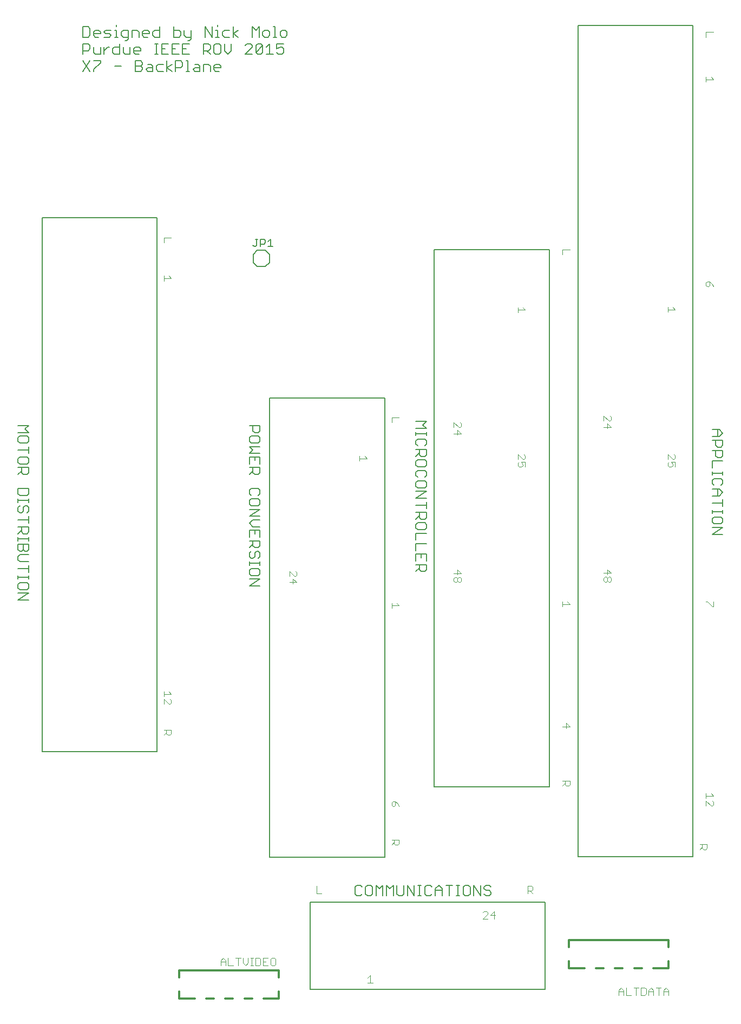
<source format=gto>
G75*
%MOIN*%
%OFA0B0*%
%FSLAX25Y25*%
%IPPOS*%
%LPD*%
%AMOC8*
5,1,8,0,0,1.08239X$1,22.5*
%
%ADD10C,0.00600*%
%ADD11C,0.00500*%
%ADD12C,0.00400*%
%ADD13C,0.01200*%
D10*
X0102100Y0261602D02*
X0108505Y0261602D01*
X0108505Y0265872D02*
X0102100Y0261602D01*
X0102100Y0265872D02*
X0108505Y0265872D01*
X0107438Y0268047D02*
X0108505Y0269115D01*
X0108505Y0271250D01*
X0107438Y0272318D01*
X0103168Y0272318D01*
X0102100Y0271250D01*
X0102100Y0269115D01*
X0103168Y0268047D01*
X0107438Y0268047D01*
X0108505Y0274479D02*
X0108505Y0276615D01*
X0108505Y0275547D02*
X0102100Y0275547D01*
X0102100Y0276615D02*
X0102100Y0274479D01*
X0102100Y0280925D02*
X0108505Y0280925D01*
X0108505Y0283060D02*
X0108505Y0278790D01*
X0108505Y0285235D02*
X0103168Y0285235D01*
X0102100Y0286303D01*
X0102100Y0288438D01*
X0103168Y0289506D01*
X0108505Y0289506D01*
X0107438Y0291681D02*
X0106370Y0291681D01*
X0105303Y0292748D01*
X0105303Y0295951D01*
X0108505Y0295951D02*
X0108505Y0292748D01*
X0107438Y0291681D01*
X0105303Y0292748D02*
X0104235Y0291681D01*
X0103168Y0291681D01*
X0102100Y0292748D01*
X0102100Y0295951D01*
X0108505Y0295951D01*
X0108505Y0298113D02*
X0108505Y0300248D01*
X0108505Y0299180D02*
X0102100Y0299180D01*
X0102100Y0298113D02*
X0102100Y0300248D01*
X0102100Y0302423D02*
X0104235Y0304558D01*
X0104235Y0303491D02*
X0104235Y0306694D01*
X0102100Y0306694D02*
X0108505Y0306694D01*
X0108505Y0303491D01*
X0107438Y0302423D01*
X0105303Y0302423D01*
X0104235Y0303491D01*
X0108505Y0308869D02*
X0108505Y0313139D01*
X0108505Y0311004D02*
X0102100Y0311004D01*
X0103168Y0315314D02*
X0102100Y0316382D01*
X0102100Y0318517D01*
X0103168Y0319585D01*
X0105303Y0318517D02*
X0105303Y0316382D01*
X0104235Y0315314D01*
X0103168Y0315314D01*
X0105303Y0318517D02*
X0106370Y0319585D01*
X0107438Y0319585D01*
X0108505Y0318517D01*
X0108505Y0316382D01*
X0107438Y0315314D01*
X0108505Y0321746D02*
X0108505Y0323882D01*
X0108505Y0322814D02*
X0102100Y0322814D01*
X0102100Y0323882D02*
X0102100Y0321746D01*
X0103168Y0326057D02*
X0102100Y0327124D01*
X0102100Y0330327D01*
X0108505Y0330327D01*
X0108505Y0327124D01*
X0107438Y0326057D01*
X0103168Y0326057D01*
X0102100Y0338948D02*
X0104235Y0341083D01*
X0104235Y0340015D02*
X0104235Y0343218D01*
X0102100Y0343218D02*
X0108505Y0343218D01*
X0108505Y0340015D01*
X0107438Y0338948D01*
X0105303Y0338948D01*
X0104235Y0340015D01*
X0103168Y0345393D02*
X0102100Y0346461D01*
X0102100Y0348596D01*
X0103168Y0349664D01*
X0107438Y0349664D01*
X0108505Y0348596D01*
X0108505Y0346461D01*
X0107438Y0345393D01*
X0103168Y0345393D01*
X0108505Y0351839D02*
X0108505Y0356109D01*
X0108505Y0353974D02*
X0102100Y0353974D01*
X0103168Y0358284D02*
X0102100Y0359352D01*
X0102100Y0361487D01*
X0103168Y0362555D01*
X0107438Y0362555D01*
X0108505Y0361487D01*
X0108505Y0359352D01*
X0107438Y0358284D01*
X0103168Y0358284D01*
X0102100Y0364730D02*
X0108505Y0364730D01*
X0106370Y0366865D01*
X0108505Y0369000D01*
X0102100Y0369000D01*
X0244600Y0369000D02*
X0251005Y0369000D01*
X0251005Y0365797D01*
X0249938Y0364730D01*
X0247803Y0364730D01*
X0246735Y0365797D01*
X0246735Y0369000D01*
X0245668Y0362555D02*
X0249938Y0362555D01*
X0251005Y0361487D01*
X0251005Y0359352D01*
X0249938Y0358284D01*
X0245668Y0358284D01*
X0244600Y0359352D01*
X0244600Y0361487D01*
X0245668Y0362555D01*
X0244600Y0356109D02*
X0246735Y0353974D01*
X0244600Y0351839D01*
X0251005Y0351839D01*
X0251005Y0349664D02*
X0244600Y0349664D01*
X0244600Y0345393D01*
X0244600Y0343218D02*
X0251005Y0343218D01*
X0251005Y0340015D01*
X0249938Y0338948D01*
X0247803Y0338948D01*
X0246735Y0340015D01*
X0246735Y0343218D01*
X0246735Y0341083D02*
X0244600Y0338948D01*
X0245668Y0330327D02*
X0244600Y0329259D01*
X0244600Y0327124D01*
X0245668Y0326057D01*
X0245668Y0323882D02*
X0244600Y0322814D01*
X0244600Y0320679D01*
X0245668Y0319611D01*
X0249938Y0319611D01*
X0251005Y0320679D01*
X0251005Y0322814D01*
X0249938Y0323882D01*
X0245668Y0323882D01*
X0249938Y0326057D02*
X0251005Y0327124D01*
X0251005Y0329259D01*
X0249938Y0330327D01*
X0245668Y0330327D01*
X0244600Y0317436D02*
X0251005Y0317436D01*
X0244600Y0313166D01*
X0251005Y0313166D01*
X0251005Y0310991D02*
X0246735Y0310991D01*
X0244600Y0308855D01*
X0246735Y0306720D01*
X0251005Y0306720D01*
X0251005Y0304545D02*
X0244600Y0304545D01*
X0244600Y0300275D01*
X0244600Y0298100D02*
X0251005Y0298100D01*
X0251005Y0294897D01*
X0249938Y0293829D01*
X0247803Y0293829D01*
X0246735Y0294897D01*
X0246735Y0298100D01*
X0246735Y0295964D02*
X0244600Y0293829D01*
X0245668Y0291654D02*
X0244600Y0290586D01*
X0244600Y0288451D01*
X0245668Y0287384D01*
X0246735Y0287384D01*
X0247803Y0288451D01*
X0247803Y0290586D01*
X0248870Y0291654D01*
X0249938Y0291654D01*
X0251005Y0290586D01*
X0251005Y0288451D01*
X0249938Y0287384D01*
X0251005Y0285209D02*
X0251005Y0283073D01*
X0251005Y0284141D02*
X0244600Y0284141D01*
X0244600Y0285209D02*
X0244600Y0283073D01*
X0245668Y0280912D02*
X0244600Y0279844D01*
X0244600Y0277709D01*
X0245668Y0276641D01*
X0249938Y0276641D01*
X0251005Y0277709D01*
X0251005Y0279844D01*
X0249938Y0280912D01*
X0245668Y0280912D01*
X0244600Y0274466D02*
X0251005Y0274466D01*
X0244600Y0270196D01*
X0251005Y0270196D01*
X0251005Y0300275D02*
X0251005Y0304545D01*
X0247803Y0304545D02*
X0247803Y0302410D01*
X0251005Y0345393D02*
X0251005Y0349664D01*
X0247803Y0349664D02*
X0247803Y0347528D01*
X0251005Y0356109D02*
X0244600Y0356109D01*
X0347100Y0357555D02*
X0348168Y0356487D01*
X0347100Y0357555D02*
X0347100Y0359690D01*
X0348168Y0360758D01*
X0352438Y0360758D01*
X0353505Y0359690D01*
X0353505Y0357555D01*
X0352438Y0356487D01*
X0353505Y0354312D02*
X0347100Y0354312D01*
X0349235Y0354312D02*
X0349235Y0351109D01*
X0350303Y0350042D01*
X0352438Y0350042D01*
X0353505Y0351109D01*
X0353505Y0354312D01*
X0349235Y0352177D02*
X0347100Y0350042D01*
X0348168Y0347867D02*
X0347100Y0346799D01*
X0347100Y0344664D01*
X0348168Y0343596D01*
X0352438Y0343596D01*
X0353505Y0344664D01*
X0353505Y0346799D01*
X0352438Y0347867D01*
X0348168Y0347867D01*
X0348168Y0341421D02*
X0347100Y0340353D01*
X0347100Y0338218D01*
X0348168Y0337151D01*
X0348168Y0334976D02*
X0347100Y0333908D01*
X0347100Y0331773D01*
X0348168Y0330705D01*
X0352438Y0330705D01*
X0353505Y0331773D01*
X0353505Y0333908D01*
X0352438Y0334976D01*
X0348168Y0334976D01*
X0352438Y0337151D02*
X0353505Y0338218D01*
X0353505Y0340353D01*
X0352438Y0341421D01*
X0348168Y0341421D01*
X0347100Y0328530D02*
X0353505Y0328530D01*
X0347100Y0324260D01*
X0353505Y0324260D01*
X0353505Y0322085D02*
X0353505Y0317814D01*
X0353505Y0319949D02*
X0347100Y0319949D01*
X0347100Y0315639D02*
X0353505Y0315639D01*
X0353505Y0312436D01*
X0352438Y0311369D01*
X0350303Y0311369D01*
X0349235Y0312436D01*
X0349235Y0315639D01*
X0349235Y0313504D02*
X0347100Y0311369D01*
X0348168Y0309194D02*
X0347100Y0308126D01*
X0347100Y0305991D01*
X0348168Y0304923D01*
X0352438Y0304923D01*
X0353505Y0305991D01*
X0353505Y0308126D01*
X0352438Y0309194D01*
X0348168Y0309194D01*
X0347100Y0302748D02*
X0347100Y0298478D01*
X0347100Y0296303D02*
X0347100Y0292032D01*
X0347100Y0289857D02*
X0347100Y0285587D01*
X0347100Y0283412D02*
X0353505Y0283412D01*
X0353505Y0280209D01*
X0352438Y0279141D01*
X0350303Y0279141D01*
X0349235Y0280209D01*
X0349235Y0283412D01*
X0349235Y0281276D02*
X0347100Y0279141D01*
X0353505Y0285587D02*
X0353505Y0289857D01*
X0347100Y0289857D01*
X0350303Y0289857D02*
X0350303Y0287722D01*
X0353505Y0296303D02*
X0347100Y0296303D01*
X0347100Y0302748D02*
X0353505Y0302748D01*
X0353505Y0362919D02*
X0353505Y0365055D01*
X0353505Y0363987D02*
X0347100Y0363987D01*
X0347100Y0365055D02*
X0347100Y0362919D01*
X0347100Y0367230D02*
X0353505Y0367230D01*
X0351370Y0369365D01*
X0353505Y0371500D01*
X0347100Y0371500D01*
X0254300Y0466800D02*
X0249300Y0466800D01*
X0246800Y0469300D01*
X0246800Y0474300D01*
X0249300Y0476800D01*
X0254300Y0476800D01*
X0256800Y0474300D01*
X0256800Y0469300D01*
X0254300Y0466800D01*
X0225871Y0587100D02*
X0223736Y0587100D01*
X0222669Y0588168D01*
X0222669Y0590303D01*
X0223736Y0591370D01*
X0225871Y0591370D01*
X0226939Y0590303D01*
X0226939Y0589235D01*
X0222669Y0589235D01*
X0220494Y0590303D02*
X0220494Y0587100D01*
X0220494Y0590303D02*
X0219426Y0591370D01*
X0216223Y0591370D01*
X0216223Y0587100D01*
X0214048Y0587100D02*
X0210845Y0587100D01*
X0209778Y0588168D01*
X0210845Y0589235D01*
X0214048Y0589235D01*
X0214048Y0590303D02*
X0214048Y0587100D01*
X0214048Y0590303D02*
X0212980Y0591370D01*
X0210845Y0591370D01*
X0206548Y0593505D02*
X0206548Y0587100D01*
X0205481Y0587100D02*
X0207616Y0587100D01*
X0203306Y0590303D02*
X0202238Y0589235D01*
X0199035Y0589235D01*
X0199035Y0587100D02*
X0199035Y0593505D01*
X0202238Y0593505D01*
X0203306Y0592438D01*
X0203306Y0590303D01*
X0205481Y0593505D02*
X0206548Y0593505D01*
X0207603Y0597600D02*
X0203332Y0597600D01*
X0203332Y0604005D01*
X0207603Y0604005D01*
X0207609Y0605965D02*
X0206542Y0605965D01*
X0207609Y0605965D02*
X0208677Y0607032D01*
X0208677Y0612370D01*
X0208677Y0608100D02*
X0205474Y0608100D01*
X0204406Y0609168D01*
X0204406Y0612370D01*
X0202231Y0611303D02*
X0201164Y0612370D01*
X0197961Y0612370D01*
X0197961Y0614505D02*
X0197961Y0608100D01*
X0201164Y0608100D01*
X0202231Y0609168D01*
X0202231Y0611303D01*
X0201157Y0604005D02*
X0196887Y0604005D01*
X0196887Y0597600D01*
X0201157Y0597600D01*
X0199022Y0600803D02*
X0196887Y0600803D01*
X0194712Y0604005D02*
X0190441Y0604005D01*
X0190441Y0597600D01*
X0194712Y0597600D01*
X0192576Y0600803D02*
X0190441Y0600803D01*
X0188279Y0604005D02*
X0186144Y0604005D01*
X0187212Y0604005D02*
X0187212Y0597600D01*
X0188279Y0597600D02*
X0186144Y0597600D01*
X0188286Y0591370D02*
X0187218Y0590303D01*
X0187218Y0588168D01*
X0188286Y0587100D01*
X0191489Y0587100D01*
X0193664Y0587100D02*
X0193664Y0593505D01*
X0191489Y0591370D02*
X0188286Y0591370D01*
X0185043Y0590303D02*
X0185043Y0587100D01*
X0181841Y0587100D01*
X0180773Y0588168D01*
X0181841Y0589235D01*
X0185043Y0589235D01*
X0185043Y0590303D02*
X0183976Y0591370D01*
X0181841Y0591370D01*
X0178598Y0591370D02*
X0177530Y0590303D01*
X0174327Y0590303D01*
X0174327Y0593505D02*
X0177530Y0593505D01*
X0178598Y0592438D01*
X0178598Y0591370D01*
X0177530Y0590303D02*
X0178598Y0589235D01*
X0178598Y0588168D01*
X0177530Y0587100D01*
X0174327Y0587100D01*
X0174327Y0593505D01*
X0174321Y0597600D02*
X0173253Y0598668D01*
X0173253Y0600803D01*
X0174321Y0601870D01*
X0176456Y0601870D01*
X0177524Y0600803D01*
X0177524Y0599735D01*
X0173253Y0599735D01*
X0174321Y0597600D02*
X0176456Y0597600D01*
X0171078Y0597600D02*
X0171078Y0601870D01*
X0171078Y0597600D02*
X0167875Y0597600D01*
X0166808Y0598668D01*
X0166808Y0601870D01*
X0164633Y0601870D02*
X0161430Y0601870D01*
X0160362Y0600803D01*
X0160362Y0598668D01*
X0161430Y0597600D01*
X0164633Y0597600D01*
X0164633Y0604005D01*
X0167869Y0605965D02*
X0168936Y0605965D01*
X0170004Y0607032D01*
X0170004Y0612370D01*
X0166801Y0612370D01*
X0165733Y0611303D01*
X0165733Y0609168D01*
X0166801Y0608100D01*
X0170004Y0608100D01*
X0172179Y0608100D02*
X0172179Y0612370D01*
X0175382Y0612370D01*
X0176449Y0611303D01*
X0176449Y0608100D01*
X0178624Y0609168D02*
X0178624Y0611303D01*
X0179692Y0612370D01*
X0181827Y0612370D01*
X0182895Y0611303D01*
X0182895Y0610235D01*
X0178624Y0610235D01*
X0178624Y0609168D02*
X0179692Y0608100D01*
X0181827Y0608100D01*
X0185070Y0609168D02*
X0185070Y0611303D01*
X0186138Y0612370D01*
X0189340Y0612370D01*
X0189340Y0614505D02*
X0189340Y0608100D01*
X0186138Y0608100D01*
X0185070Y0609168D01*
X0203332Y0600803D02*
X0205467Y0600803D01*
X0216223Y0599735D02*
X0219426Y0599735D01*
X0220494Y0600803D01*
X0220494Y0602938D01*
X0219426Y0604005D01*
X0216223Y0604005D01*
X0216223Y0597600D01*
X0218358Y0599735D02*
X0220494Y0597600D01*
X0222669Y0598668D02*
X0223736Y0597600D01*
X0225871Y0597600D01*
X0226939Y0598668D01*
X0226939Y0602938D01*
X0225871Y0604005D01*
X0223736Y0604005D01*
X0222669Y0602938D01*
X0222669Y0598668D01*
X0229114Y0599735D02*
X0229114Y0604005D01*
X0229108Y0608100D02*
X0232310Y0608100D01*
X0234485Y0608100D02*
X0234485Y0614505D01*
X0232310Y0612370D02*
X0229108Y0612370D01*
X0228040Y0611303D01*
X0228040Y0609168D01*
X0229108Y0608100D01*
X0225878Y0608100D02*
X0223743Y0608100D01*
X0224811Y0608100D02*
X0224811Y0612370D01*
X0223743Y0612370D01*
X0224811Y0614505D02*
X0224811Y0615573D01*
X0221568Y0614505D02*
X0221568Y0608100D01*
X0217297Y0614505D01*
X0217297Y0608100D01*
X0229114Y0599735D02*
X0231249Y0597600D01*
X0233385Y0599735D01*
X0233385Y0604005D01*
X0237688Y0608100D02*
X0234485Y0610235D01*
X0237688Y0612370D01*
X0243073Y0604005D02*
X0242005Y0602938D01*
X0243073Y0604005D02*
X0245208Y0604005D01*
X0246276Y0602938D01*
X0246276Y0601870D01*
X0242005Y0597600D01*
X0246276Y0597600D01*
X0248451Y0598668D02*
X0252721Y0602938D01*
X0252721Y0598668D01*
X0251653Y0597600D01*
X0249518Y0597600D01*
X0248451Y0598668D01*
X0248451Y0602938D01*
X0249518Y0604005D01*
X0251653Y0604005D01*
X0252721Y0602938D01*
X0254896Y0601870D02*
X0257031Y0604005D01*
X0257031Y0597600D01*
X0254896Y0597600D02*
X0259167Y0597600D01*
X0261342Y0598668D02*
X0262409Y0597600D01*
X0264544Y0597600D01*
X0265612Y0598668D01*
X0265612Y0600803D01*
X0264544Y0601870D01*
X0263477Y0601870D01*
X0261342Y0600803D01*
X0261342Y0604005D01*
X0265612Y0604005D01*
X0264558Y0608100D02*
X0263490Y0609168D01*
X0263490Y0611303D01*
X0264558Y0612370D01*
X0266693Y0612370D01*
X0267761Y0611303D01*
X0267761Y0609168D01*
X0266693Y0608100D01*
X0264558Y0608100D01*
X0261328Y0608100D02*
X0259193Y0608100D01*
X0260261Y0608100D02*
X0260261Y0614505D01*
X0259193Y0614505D01*
X0257018Y0611303D02*
X0255950Y0612370D01*
X0253815Y0612370D01*
X0252748Y0611303D01*
X0252748Y0609168D01*
X0253815Y0608100D01*
X0255950Y0608100D01*
X0257018Y0609168D01*
X0257018Y0611303D01*
X0250573Y0614505D02*
X0250573Y0608100D01*
X0246302Y0608100D02*
X0246302Y0614505D01*
X0248437Y0612370D01*
X0250573Y0614505D01*
X0196867Y0591370D02*
X0193664Y0589235D01*
X0196867Y0587100D01*
X0165707Y0590303D02*
X0161436Y0590303D01*
X0152816Y0592438D02*
X0148545Y0588168D01*
X0148545Y0587100D01*
X0146370Y0587100D02*
X0142100Y0593505D01*
X0142100Y0597600D02*
X0142100Y0604005D01*
X0145303Y0604005D01*
X0146370Y0602938D01*
X0146370Y0600803D01*
X0145303Y0599735D01*
X0142100Y0599735D01*
X0148545Y0598668D02*
X0148545Y0601870D01*
X0148545Y0598668D02*
X0149613Y0597600D01*
X0152816Y0597600D01*
X0152816Y0601870D01*
X0154991Y0601870D02*
X0154991Y0597600D01*
X0154991Y0599735D02*
X0157126Y0601870D01*
X0158194Y0601870D01*
X0158194Y0608100D02*
X0159261Y0609168D01*
X0158194Y0610235D01*
X0156059Y0610235D01*
X0154991Y0611303D01*
X0156059Y0612370D01*
X0159261Y0612370D01*
X0161436Y0612370D02*
X0162504Y0612370D01*
X0162504Y0608100D01*
X0161436Y0608100D02*
X0163572Y0608100D01*
X0158194Y0608100D02*
X0154991Y0608100D01*
X0152816Y0610235D02*
X0148545Y0610235D01*
X0148545Y0609168D02*
X0148545Y0611303D01*
X0149613Y0612370D01*
X0151748Y0612370D01*
X0152816Y0611303D01*
X0152816Y0610235D01*
X0151748Y0608100D02*
X0149613Y0608100D01*
X0148545Y0609168D01*
X0146370Y0609168D02*
X0146370Y0613438D01*
X0145303Y0614505D01*
X0142100Y0614505D01*
X0142100Y0608100D01*
X0145303Y0608100D01*
X0146370Y0609168D01*
X0162504Y0614505D02*
X0162504Y0615573D01*
X0152816Y0593505D02*
X0148545Y0593505D01*
X0146370Y0593505D02*
X0142100Y0587100D01*
X0152816Y0592438D02*
X0152816Y0593505D01*
X0529600Y0366500D02*
X0533870Y0366500D01*
X0536005Y0364365D01*
X0533870Y0362230D01*
X0529600Y0362230D01*
X0529600Y0360055D02*
X0536005Y0360055D01*
X0536005Y0356852D01*
X0534938Y0355784D01*
X0532803Y0355784D01*
X0531735Y0356852D01*
X0531735Y0360055D01*
X0532803Y0362230D02*
X0532803Y0366500D01*
X0531735Y0353609D02*
X0531735Y0350406D01*
X0532803Y0349339D01*
X0534938Y0349339D01*
X0536005Y0350406D01*
X0536005Y0353609D01*
X0529600Y0353609D01*
X0529600Y0347164D02*
X0529600Y0342893D01*
X0529600Y0340718D02*
X0529600Y0338583D01*
X0529600Y0339650D02*
X0536005Y0339650D01*
X0536005Y0338583D02*
X0536005Y0340718D01*
X0534938Y0336421D02*
X0530668Y0336421D01*
X0529600Y0335353D01*
X0529600Y0333218D01*
X0530668Y0332151D01*
X0529600Y0329976D02*
X0533870Y0329976D01*
X0536005Y0327840D01*
X0533870Y0325705D01*
X0529600Y0325705D01*
X0532803Y0325705D02*
X0532803Y0329976D01*
X0534938Y0332151D02*
X0536005Y0333218D01*
X0536005Y0335353D01*
X0534938Y0336421D01*
X0536005Y0347164D02*
X0529600Y0347164D01*
X0536005Y0323530D02*
X0536005Y0319260D01*
X0536005Y0321395D02*
X0529600Y0321395D01*
X0529600Y0317085D02*
X0529600Y0314949D01*
X0529600Y0316017D02*
X0536005Y0316017D01*
X0536005Y0317085D02*
X0536005Y0314949D01*
X0534938Y0312788D02*
X0530668Y0312788D01*
X0529600Y0311720D01*
X0529600Y0309585D01*
X0530668Y0308517D01*
X0534938Y0308517D01*
X0536005Y0309585D01*
X0536005Y0311720D01*
X0534938Y0312788D01*
X0536005Y0306342D02*
X0529600Y0302072D01*
X0536005Y0302072D01*
X0536005Y0306342D02*
X0529600Y0306342D01*
X0392297Y0086005D02*
X0390162Y0086005D01*
X0389094Y0084938D01*
X0389094Y0083870D01*
X0390162Y0082803D01*
X0392297Y0082803D01*
X0393365Y0081735D01*
X0393365Y0080668D01*
X0392297Y0079600D01*
X0390162Y0079600D01*
X0389094Y0080668D01*
X0386919Y0079600D02*
X0386919Y0086005D01*
X0382649Y0086005D02*
X0382649Y0079600D01*
X0380474Y0080668D02*
X0380474Y0084938D01*
X0379406Y0086005D01*
X0377271Y0086005D01*
X0376203Y0084938D01*
X0376203Y0080668D01*
X0377271Y0079600D01*
X0379406Y0079600D01*
X0380474Y0080668D01*
X0382649Y0086005D02*
X0386919Y0079600D01*
X0392297Y0086005D02*
X0393365Y0084938D01*
X0374042Y0086005D02*
X0371906Y0086005D01*
X0372974Y0086005D02*
X0372974Y0079600D01*
X0371906Y0079600D02*
X0374042Y0079600D01*
X0367596Y0079600D02*
X0367596Y0086005D01*
X0365461Y0086005D02*
X0369731Y0086005D01*
X0363286Y0083870D02*
X0363286Y0079600D01*
X0363286Y0082803D02*
X0359015Y0082803D01*
X0359015Y0083870D02*
X0361151Y0086005D01*
X0363286Y0083870D01*
X0359015Y0083870D02*
X0359015Y0079600D01*
X0356840Y0080668D02*
X0355773Y0079600D01*
X0353638Y0079600D01*
X0352570Y0080668D01*
X0352570Y0084938D01*
X0353638Y0086005D01*
X0355773Y0086005D01*
X0356840Y0084938D01*
X0350408Y0086005D02*
X0348273Y0086005D01*
X0349341Y0086005D02*
X0349341Y0079600D01*
X0350408Y0079600D02*
X0348273Y0079600D01*
X0346098Y0079600D02*
X0346098Y0086005D01*
X0341827Y0086005D02*
X0346098Y0079600D01*
X0341827Y0079600D02*
X0341827Y0086005D01*
X0339652Y0086005D02*
X0339652Y0080668D01*
X0338585Y0079600D01*
X0336450Y0079600D01*
X0335382Y0080668D01*
X0335382Y0086005D01*
X0333207Y0086005D02*
X0333207Y0079600D01*
X0328936Y0079600D02*
X0328936Y0086005D01*
X0331072Y0083870D01*
X0333207Y0086005D01*
X0326761Y0086005D02*
X0326761Y0079600D01*
X0322491Y0079600D02*
X0322491Y0086005D01*
X0324626Y0083870D01*
X0326761Y0086005D01*
X0320316Y0084938D02*
X0320316Y0080668D01*
X0319248Y0079600D01*
X0317113Y0079600D01*
X0316045Y0080668D01*
X0316045Y0084938D01*
X0317113Y0086005D01*
X0319248Y0086005D01*
X0320316Y0084938D01*
X0313870Y0084938D02*
X0312803Y0086005D01*
X0310668Y0086005D01*
X0309600Y0084938D01*
X0309600Y0080668D01*
X0310668Y0079600D01*
X0312803Y0079600D01*
X0313870Y0080668D01*
D11*
X0116800Y0168454D02*
X0116800Y0496800D01*
X0187666Y0496800D01*
X0187666Y0168454D01*
X0116800Y0168454D01*
X0257100Y0103380D02*
X0257100Y0385900D01*
X0327966Y0385900D01*
X0327966Y0103380D01*
X0257100Y0103380D01*
X0281800Y0075658D02*
X0426524Y0075658D01*
X0426524Y0021800D01*
X0281800Y0021800D01*
X0281800Y0075658D01*
X0358400Y0146691D02*
X0358400Y0477400D01*
X0429266Y0477400D01*
X0429266Y0146691D01*
X0358400Y0146691D01*
X0446800Y0103489D02*
X0446800Y0615300D01*
X0517666Y0615300D01*
X0517666Y0103489D01*
X0446800Y0103489D01*
X0258960Y0479250D02*
X0255958Y0479250D01*
X0257459Y0479250D02*
X0257459Y0483754D01*
X0255958Y0482253D01*
X0254356Y0483003D02*
X0254356Y0481502D01*
X0253606Y0480751D01*
X0251354Y0480751D01*
X0251354Y0479250D02*
X0251354Y0483754D01*
X0253606Y0483754D01*
X0254356Y0483003D01*
X0249753Y0483754D02*
X0248251Y0483754D01*
X0249002Y0483754D02*
X0249002Y0480001D01*
X0248251Y0479250D01*
X0247501Y0479250D01*
X0246750Y0480001D01*
D12*
X0196407Y0484789D02*
X0191803Y0484789D01*
X0191803Y0481720D01*
X0191803Y0461167D02*
X0191803Y0458098D01*
X0191803Y0459632D02*
X0196407Y0459632D01*
X0194872Y0461167D01*
X0312418Y0350267D02*
X0312418Y0347198D01*
X0312418Y0348732D02*
X0317022Y0348732D01*
X0315487Y0350267D01*
X0332103Y0370820D02*
X0332103Y0373889D01*
X0336707Y0373889D01*
X0370411Y0370901D02*
X0373480Y0367832D01*
X0374248Y0367832D01*
X0375015Y0368599D01*
X0375015Y0370133D01*
X0374248Y0370901D01*
X0370411Y0370901D02*
X0370411Y0367832D01*
X0372713Y0366297D02*
X0372713Y0363228D01*
X0375015Y0363995D02*
X0372713Y0366297D01*
X0370411Y0363995D02*
X0375015Y0363995D01*
X0409781Y0351216D02*
X0409781Y0348146D01*
X0410548Y0346612D02*
X0409781Y0345845D01*
X0409781Y0344310D01*
X0410548Y0343543D01*
X0412083Y0343543D01*
X0412850Y0344310D01*
X0412850Y0345077D01*
X0412083Y0346612D01*
X0414385Y0346612D01*
X0414385Y0343543D01*
X0413618Y0348146D02*
X0414385Y0348914D01*
X0414385Y0350448D01*
X0413618Y0351216D01*
X0413618Y0348146D02*
X0412850Y0348146D01*
X0409781Y0351216D01*
X0462748Y0368037D02*
X0467352Y0368037D01*
X0465050Y0370339D01*
X0465050Y0367269D01*
X0465817Y0371873D02*
X0462748Y0374943D01*
X0462748Y0371873D01*
X0465817Y0371873D02*
X0466585Y0371873D01*
X0467352Y0372641D01*
X0467352Y0374175D01*
X0466585Y0374943D01*
X0502118Y0351320D02*
X0505187Y0348251D01*
X0505955Y0348251D01*
X0506722Y0349019D01*
X0506722Y0350553D01*
X0505955Y0351320D01*
X0502118Y0351320D02*
X0502118Y0348251D01*
X0502885Y0346717D02*
X0502118Y0345949D01*
X0502118Y0344415D01*
X0502885Y0343647D01*
X0504420Y0343647D01*
X0505187Y0344415D01*
X0505187Y0345182D01*
X0504420Y0346717D01*
X0506722Y0346717D01*
X0506722Y0343647D01*
X0465050Y0280454D02*
X0465050Y0277385D01*
X0465817Y0275850D02*
X0466585Y0275850D01*
X0467352Y0275083D01*
X0467352Y0273548D01*
X0466585Y0272781D01*
X0465817Y0272781D01*
X0465050Y0273548D01*
X0465050Y0275083D01*
X0465817Y0275850D01*
X0465050Y0275083D02*
X0464283Y0275850D01*
X0463515Y0275850D01*
X0462748Y0275083D01*
X0462748Y0273548D01*
X0463515Y0272781D01*
X0464283Y0272781D01*
X0465050Y0273548D01*
X0467352Y0278152D02*
X0465050Y0280454D01*
X0462748Y0278152D02*
X0467352Y0278152D01*
X0441944Y0259130D02*
X0437340Y0259130D01*
X0437340Y0260665D02*
X0437340Y0257595D01*
X0440409Y0260665D02*
X0441944Y0259130D01*
X0375015Y0273444D02*
X0374248Y0272676D01*
X0373480Y0272676D01*
X0372713Y0273444D01*
X0372713Y0274978D01*
X0373480Y0275746D01*
X0374248Y0275746D01*
X0375015Y0274978D01*
X0375015Y0273444D01*
X0372713Y0273444D02*
X0371946Y0272676D01*
X0371178Y0272676D01*
X0370411Y0273444D01*
X0370411Y0274978D01*
X0371178Y0275746D01*
X0371946Y0275746D01*
X0372713Y0274978D01*
X0372713Y0277280D02*
X0372713Y0280350D01*
X0375015Y0278048D01*
X0370411Y0278048D01*
X0336707Y0258181D02*
X0332103Y0258181D01*
X0332103Y0259716D02*
X0332103Y0256646D01*
X0335172Y0259716D02*
X0336707Y0258181D01*
X0273715Y0272495D02*
X0271413Y0274797D01*
X0271413Y0271728D01*
X0269111Y0272495D02*
X0273715Y0272495D01*
X0272948Y0276332D02*
X0273715Y0277099D01*
X0273715Y0278633D01*
X0272948Y0279401D01*
X0272948Y0276332D02*
X0272180Y0276332D01*
X0269111Y0279401D01*
X0269111Y0276332D01*
X0196407Y0203727D02*
X0191803Y0203727D01*
X0191803Y0205261D02*
X0191803Y0202192D01*
X0191803Y0200657D02*
X0194872Y0197588D01*
X0195640Y0197588D01*
X0196407Y0198356D01*
X0196407Y0199890D01*
X0195640Y0200657D01*
X0196407Y0203727D02*
X0194872Y0205261D01*
X0191803Y0200657D02*
X0191803Y0197588D01*
X0191803Y0181639D02*
X0196407Y0181639D01*
X0196407Y0179337D01*
X0195640Y0178570D01*
X0194105Y0178570D01*
X0193338Y0179337D01*
X0193338Y0181639D01*
X0193338Y0180105D02*
X0191803Y0178570D01*
X0285937Y0085659D02*
X0285937Y0081055D01*
X0289006Y0081055D01*
X0259824Y0041232D02*
X0258289Y0041232D01*
X0257522Y0040465D01*
X0257522Y0037395D01*
X0258289Y0036628D01*
X0259824Y0036628D01*
X0260591Y0037395D01*
X0260591Y0040465D01*
X0259824Y0041232D01*
X0255987Y0041232D02*
X0252918Y0041232D01*
X0252918Y0036628D01*
X0255987Y0036628D01*
X0254453Y0038930D02*
X0252918Y0038930D01*
X0251383Y0040465D02*
X0250616Y0041232D01*
X0248314Y0041232D01*
X0248314Y0036628D01*
X0250616Y0036628D01*
X0251383Y0037395D01*
X0251383Y0040465D01*
X0246779Y0041232D02*
X0245245Y0041232D01*
X0246012Y0041232D02*
X0246012Y0036628D01*
X0245245Y0036628D02*
X0246779Y0036628D01*
X0243710Y0038163D02*
X0243710Y0041232D01*
X0240641Y0041232D02*
X0240641Y0038163D01*
X0242176Y0036628D01*
X0243710Y0038163D01*
X0239106Y0041232D02*
X0236037Y0041232D01*
X0237572Y0041232D02*
X0237572Y0036628D01*
X0234502Y0036628D02*
X0231433Y0036628D01*
X0231433Y0041232D01*
X0229898Y0039697D02*
X0228364Y0041232D01*
X0226829Y0039697D01*
X0226829Y0036628D01*
X0226829Y0038930D02*
X0229898Y0038930D01*
X0229898Y0039697D02*
X0229898Y0036628D01*
X0317433Y0029006D02*
X0318968Y0030541D01*
X0318968Y0025937D01*
X0320502Y0025937D02*
X0317433Y0025937D01*
X0388299Y0065307D02*
X0391368Y0068376D01*
X0391368Y0069144D01*
X0390601Y0069911D01*
X0389067Y0069911D01*
X0388299Y0069144D01*
X0388299Y0065307D02*
X0391368Y0065307D01*
X0392903Y0067609D02*
X0395972Y0067609D01*
X0395205Y0065307D02*
X0395205Y0069911D01*
X0392903Y0067609D01*
X0415858Y0081055D02*
X0415858Y0085659D01*
X0418160Y0085659D01*
X0418928Y0084892D01*
X0418928Y0083357D01*
X0418160Y0082590D01*
X0415858Y0082590D01*
X0417393Y0082590D02*
X0418928Y0081055D01*
X0473433Y0022982D02*
X0474968Y0021447D01*
X0474968Y0018378D01*
X0476502Y0018378D02*
X0479572Y0018378D01*
X0482641Y0018378D02*
X0482641Y0022982D01*
X0481106Y0022982D02*
X0484176Y0022982D01*
X0485710Y0022982D02*
X0485710Y0018378D01*
X0488012Y0018378D01*
X0488780Y0019145D01*
X0488780Y0022215D01*
X0488012Y0022982D01*
X0485710Y0022982D01*
X0490314Y0021447D02*
X0491849Y0022982D01*
X0493383Y0021447D01*
X0493383Y0018378D01*
X0493383Y0020680D02*
X0490314Y0020680D01*
X0490314Y0021447D02*
X0490314Y0018378D01*
X0496453Y0018378D02*
X0496453Y0022982D01*
X0497987Y0022982D02*
X0494918Y0022982D01*
X0499522Y0021447D02*
X0499522Y0018378D01*
X0499522Y0020680D02*
X0502591Y0020680D01*
X0502591Y0021447D02*
X0502591Y0018378D01*
X0502591Y0021447D02*
X0501057Y0022982D01*
X0499522Y0021447D01*
X0476502Y0022982D02*
X0476502Y0018378D01*
X0474968Y0020680D02*
X0471898Y0020680D01*
X0471898Y0021447D02*
X0473433Y0022982D01*
X0471898Y0021447D02*
X0471898Y0018378D01*
X0521803Y0108094D02*
X0523338Y0109628D01*
X0523338Y0108861D02*
X0523338Y0111163D01*
X0521803Y0111163D02*
X0526407Y0111163D01*
X0526407Y0108861D01*
X0525640Y0108094D01*
X0524105Y0108094D01*
X0523338Y0108861D01*
X0525740Y0134986D02*
X0525740Y0138055D01*
X0528809Y0134986D01*
X0529577Y0134986D01*
X0530344Y0135753D01*
X0530344Y0137288D01*
X0529577Y0138055D01*
X0530344Y0141124D02*
X0525740Y0141124D01*
X0525740Y0139590D02*
X0525740Y0142659D01*
X0528809Y0142659D02*
X0530344Y0141124D01*
X0441944Y0148126D02*
X0441177Y0147359D01*
X0439642Y0147359D01*
X0438875Y0148126D01*
X0438875Y0150428D01*
X0438875Y0148894D02*
X0437340Y0147359D01*
X0437340Y0150428D02*
X0441944Y0150428D01*
X0441944Y0148126D01*
X0439642Y0182792D02*
X0439642Y0185861D01*
X0441944Y0183559D01*
X0437340Y0183559D01*
X0525740Y0260769D02*
X0526507Y0260769D01*
X0529577Y0257700D01*
X0530344Y0257700D01*
X0530344Y0260769D01*
X0502118Y0438802D02*
X0502118Y0441872D01*
X0502118Y0440337D02*
X0506722Y0440337D01*
X0505187Y0441872D01*
X0525740Y0455318D02*
X0526507Y0454550D01*
X0527275Y0454550D01*
X0528042Y0455318D01*
X0528042Y0457620D01*
X0526507Y0457620D01*
X0525740Y0456852D01*
X0525740Y0455318D01*
X0528042Y0457620D02*
X0529577Y0456085D01*
X0530344Y0454550D01*
X0441944Y0477200D02*
X0437340Y0477200D01*
X0437340Y0474131D01*
X0412850Y0441767D02*
X0414385Y0440232D01*
X0409781Y0440232D01*
X0409781Y0438698D02*
X0409781Y0441767D01*
X0525740Y0580535D02*
X0525740Y0583604D01*
X0525740Y0582069D02*
X0530344Y0582069D01*
X0528809Y0583604D01*
X0525740Y0608094D02*
X0525740Y0611163D01*
X0530344Y0611163D01*
X0334405Y0137669D02*
X0334405Y0135367D01*
X0333638Y0134599D01*
X0332870Y0134599D01*
X0332103Y0135367D01*
X0332103Y0136901D01*
X0332870Y0137669D01*
X0334405Y0137669D01*
X0335940Y0136134D01*
X0336707Y0134599D01*
X0336707Y0114046D02*
X0332103Y0114046D01*
X0333638Y0114046D02*
X0333638Y0111745D01*
X0334405Y0110977D01*
X0335940Y0110977D01*
X0336707Y0111745D01*
X0336707Y0114046D01*
X0333638Y0112512D02*
X0332103Y0110977D01*
D13*
X0262745Y0033562D02*
X0262745Y0029231D01*
X0262745Y0033562D02*
X0201328Y0033562D01*
X0201328Y0029231D01*
X0201328Y0020570D02*
X0201328Y0016239D01*
X0210776Y0016239D01*
X0217863Y0016239D02*
X0222587Y0016239D01*
X0229674Y0016239D02*
X0234398Y0016239D01*
X0241485Y0016239D02*
X0246209Y0016239D01*
X0253296Y0016239D02*
X0262745Y0016239D01*
X0262745Y0020570D01*
X0441328Y0034989D02*
X0441328Y0039320D01*
X0441328Y0034989D02*
X0450776Y0034989D01*
X0457863Y0034989D02*
X0462587Y0034989D01*
X0469674Y0034989D02*
X0474398Y0034989D01*
X0481485Y0034989D02*
X0486209Y0034989D01*
X0493296Y0034989D02*
X0502745Y0034989D01*
X0502745Y0039320D01*
X0502745Y0047981D02*
X0502745Y0052312D01*
X0441328Y0052312D01*
X0441328Y0047981D01*
M02*

</source>
